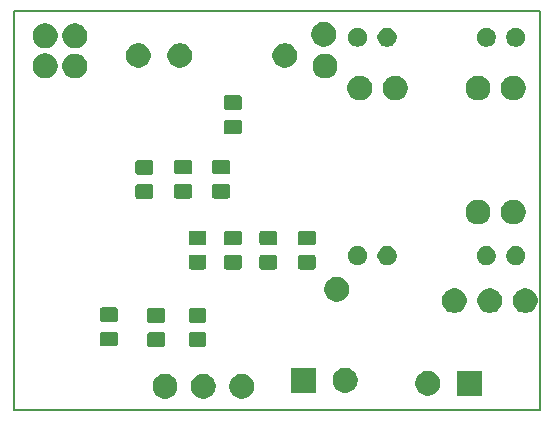
<source format=gbr>
%TF.GenerationSoftware,KiCad,Pcbnew,5.1.2-f72e74a~84~ubuntu18.04.1*%
%TF.CreationDate,2019-05-18T14:46:29+02:00*%
%TF.ProjectId,rgbww-micro-board,72676277-772d-46d6-9963-726f2d626f61,rev?*%
%TF.SameCoordinates,PXb903480PY55d4a80*%
%TF.FileFunction,Soldermask,Bot*%
%TF.FilePolarity,Negative*%
%FSLAX46Y46*%
G04 Gerber Fmt 4.6, Leading zero omitted, Abs format (unit mm)*
G04 Created by KiCad (PCBNEW 5.1.2-f72e74a~84~ubuntu18.04.1) date 2019-05-18 14:46:29*
%MOMM*%
%LPD*%
G04 APERTURE LIST*
%ADD10C,0.200000*%
%ADD11C,0.100000*%
G04 APERTURE END LIST*
D10*
X44500000Y33750000D02*
X0Y33750000D01*
X44500000Y0D02*
X44500000Y33750000D01*
X0Y0D02*
X44500000Y0D01*
X0Y33750000D02*
X0Y0D01*
D11*
G36*
X13056416Y3010121D02*
G01*
X13247592Y2930933D01*
X13247594Y2930932D01*
X13263995Y2919973D01*
X13419648Y2815969D01*
X13565969Y2669648D01*
X13680933Y2497592D01*
X13760121Y2306416D01*
X13800490Y2103466D01*
X13800490Y1896534D01*
X13760121Y1693584D01*
X13713084Y1580027D01*
X13680932Y1502406D01*
X13565969Y1330352D01*
X13419648Y1184031D01*
X13247594Y1069068D01*
X13247593Y1069067D01*
X13247592Y1069067D01*
X13056416Y989879D01*
X12853466Y949510D01*
X12646534Y949510D01*
X12443584Y989879D01*
X12252408Y1069067D01*
X12252407Y1069067D01*
X12252406Y1069068D01*
X12080352Y1184031D01*
X11934031Y1330352D01*
X11819068Y1502406D01*
X11786916Y1580027D01*
X11739879Y1693584D01*
X11699510Y1896534D01*
X11699510Y2103466D01*
X11739879Y2306416D01*
X11819067Y2497592D01*
X11934031Y2669648D01*
X12080352Y2815969D01*
X12236005Y2919973D01*
X12252406Y2930932D01*
X12252408Y2930933D01*
X12443584Y3010121D01*
X12646534Y3050490D01*
X12853466Y3050490D01*
X13056416Y3010121D01*
X13056416Y3010121D01*
G37*
G36*
X19556416Y3010121D02*
G01*
X19747592Y2930933D01*
X19747594Y2930932D01*
X19763995Y2919973D01*
X19919648Y2815969D01*
X20065969Y2669648D01*
X20180933Y2497592D01*
X20260121Y2306416D01*
X20300490Y2103466D01*
X20300490Y1896534D01*
X20260121Y1693584D01*
X20213084Y1580027D01*
X20180932Y1502406D01*
X20065969Y1330352D01*
X19919648Y1184031D01*
X19747594Y1069068D01*
X19747593Y1069067D01*
X19747592Y1069067D01*
X19556416Y989879D01*
X19353466Y949510D01*
X19146534Y949510D01*
X18943584Y989879D01*
X18752408Y1069067D01*
X18752407Y1069067D01*
X18752406Y1069068D01*
X18580352Y1184031D01*
X18434031Y1330352D01*
X18319068Y1502406D01*
X18286916Y1580027D01*
X18239879Y1693584D01*
X18199510Y1896534D01*
X18199510Y2103466D01*
X18239879Y2306416D01*
X18319067Y2497592D01*
X18434031Y2669648D01*
X18580352Y2815969D01*
X18736005Y2919973D01*
X18752406Y2930932D01*
X18752408Y2930933D01*
X18943584Y3010121D01*
X19146534Y3050490D01*
X19353466Y3050490D01*
X19556416Y3010121D01*
X19556416Y3010121D01*
G37*
G36*
X16306416Y3010121D02*
G01*
X16497592Y2930933D01*
X16497594Y2930932D01*
X16513995Y2919973D01*
X16669648Y2815969D01*
X16815969Y2669648D01*
X16930933Y2497592D01*
X17010121Y2306416D01*
X17050490Y2103466D01*
X17050490Y1896534D01*
X17010121Y1693584D01*
X16963084Y1580027D01*
X16930932Y1502406D01*
X16815969Y1330352D01*
X16669648Y1184031D01*
X16497594Y1069068D01*
X16497593Y1069067D01*
X16497592Y1069067D01*
X16306416Y989879D01*
X16103466Y949510D01*
X15896534Y949510D01*
X15693584Y989879D01*
X15502408Y1069067D01*
X15502407Y1069067D01*
X15502406Y1069068D01*
X15330352Y1184031D01*
X15184031Y1330352D01*
X15069068Y1502406D01*
X15036916Y1580027D01*
X14989879Y1693584D01*
X14949510Y1896534D01*
X14949510Y2103466D01*
X14989879Y2306416D01*
X15069067Y2497592D01*
X15184031Y2669648D01*
X15330352Y2815969D01*
X15486005Y2919973D01*
X15502406Y2930932D01*
X15502408Y2930933D01*
X15693584Y3010121D01*
X15896534Y3050490D01*
X16103466Y3050490D01*
X16306416Y3010121D01*
X16306416Y3010121D01*
G37*
G36*
X39551000Y1199000D02*
G01*
X37449000Y1199000D01*
X37449000Y3301000D01*
X39551000Y3301000D01*
X39551000Y1199000D01*
X39551000Y1199000D01*
G37*
G36*
X35306564Y3260611D02*
G01*
X35497833Y3181385D01*
X35497835Y3181384D01*
X35669973Y3066365D01*
X35816365Y2919973D01*
X35892143Y2806564D01*
X35931385Y2747833D01*
X36010611Y2556564D01*
X36051000Y2353516D01*
X36051000Y2146484D01*
X36010611Y1943436D01*
X35931385Y1752167D01*
X35931384Y1752165D01*
X35816365Y1580027D01*
X35669973Y1433635D01*
X35497835Y1318616D01*
X35497834Y1318615D01*
X35497833Y1318615D01*
X35306564Y1239389D01*
X35103516Y1199000D01*
X34896484Y1199000D01*
X34693436Y1239389D01*
X34502167Y1318615D01*
X34502166Y1318615D01*
X34502165Y1318616D01*
X34330027Y1433635D01*
X34183635Y1580027D01*
X34068616Y1752165D01*
X34068615Y1752167D01*
X33989389Y1943436D01*
X33949000Y2146484D01*
X33949000Y2353516D01*
X33989389Y2556564D01*
X34068615Y2747833D01*
X34107858Y2806564D01*
X34183635Y2919973D01*
X34330027Y3066365D01*
X34502165Y3181384D01*
X34502167Y3181385D01*
X34693436Y3260611D01*
X34896484Y3301000D01*
X35103516Y3301000D01*
X35306564Y3260611D01*
X35306564Y3260611D01*
G37*
G36*
X28306564Y3510611D02*
G01*
X28497833Y3431385D01*
X28497835Y3431384D01*
X28669973Y3316365D01*
X28816365Y3169973D01*
X28923175Y3010121D01*
X28931385Y2997833D01*
X29010611Y2806564D01*
X29051000Y2603516D01*
X29051000Y2396484D01*
X29010611Y2193436D01*
X28973344Y2103466D01*
X28931384Y2002165D01*
X28816365Y1830027D01*
X28669973Y1683635D01*
X28497835Y1568616D01*
X28497834Y1568615D01*
X28497833Y1568615D01*
X28306564Y1489389D01*
X28103516Y1449000D01*
X27896484Y1449000D01*
X27693436Y1489389D01*
X27502167Y1568615D01*
X27502166Y1568615D01*
X27502165Y1568616D01*
X27330027Y1683635D01*
X27183635Y1830027D01*
X27068616Y2002165D01*
X27026656Y2103466D01*
X26989389Y2193436D01*
X26949000Y2396484D01*
X26949000Y2603516D01*
X26989389Y2806564D01*
X27068615Y2997833D01*
X27076826Y3010121D01*
X27183635Y3169973D01*
X27330027Y3316365D01*
X27502165Y3431384D01*
X27502167Y3431385D01*
X27693436Y3510611D01*
X27896484Y3551000D01*
X28103516Y3551000D01*
X28306564Y3510611D01*
X28306564Y3510611D01*
G37*
G36*
X25551000Y1449000D02*
G01*
X23449000Y1449000D01*
X23449000Y3551000D01*
X25551000Y3551000D01*
X25551000Y1449000D01*
X25551000Y1449000D01*
G37*
G36*
X16088674Y6571535D02*
G01*
X16126367Y6560101D01*
X16161103Y6541534D01*
X16191548Y6516548D01*
X16216534Y6486103D01*
X16235101Y6451367D01*
X16246535Y6413674D01*
X16251000Y6368339D01*
X16251000Y5531661D01*
X16246535Y5486326D01*
X16235101Y5448633D01*
X16216534Y5413897D01*
X16191548Y5383452D01*
X16161103Y5358466D01*
X16126367Y5339899D01*
X16088674Y5328465D01*
X16043339Y5324000D01*
X14956661Y5324000D01*
X14911326Y5328465D01*
X14873633Y5339899D01*
X14838897Y5358466D01*
X14808452Y5383452D01*
X14783466Y5413897D01*
X14764899Y5448633D01*
X14753465Y5486326D01*
X14749000Y5531661D01*
X14749000Y6368339D01*
X14753465Y6413674D01*
X14764899Y6451367D01*
X14783466Y6486103D01*
X14808452Y6516548D01*
X14838897Y6541534D01*
X14873633Y6560101D01*
X14911326Y6571535D01*
X14956661Y6576000D01*
X16043339Y6576000D01*
X16088674Y6571535D01*
X16088674Y6571535D01*
G37*
G36*
X12588674Y6571535D02*
G01*
X12626367Y6560101D01*
X12661103Y6541534D01*
X12691548Y6516548D01*
X12716534Y6486103D01*
X12735101Y6451367D01*
X12746535Y6413674D01*
X12751000Y6368339D01*
X12751000Y5531661D01*
X12746535Y5486326D01*
X12735101Y5448633D01*
X12716534Y5413897D01*
X12691548Y5383452D01*
X12661103Y5358466D01*
X12626367Y5339899D01*
X12588674Y5328465D01*
X12543339Y5324000D01*
X11456661Y5324000D01*
X11411326Y5328465D01*
X11373633Y5339899D01*
X11338897Y5358466D01*
X11308452Y5383452D01*
X11283466Y5413897D01*
X11264899Y5448633D01*
X11253465Y5486326D01*
X11249000Y5531661D01*
X11249000Y6368339D01*
X11253465Y6413674D01*
X11264899Y6451367D01*
X11283466Y6486103D01*
X11308452Y6516548D01*
X11338897Y6541534D01*
X11373633Y6560101D01*
X11411326Y6571535D01*
X11456661Y6576000D01*
X12543339Y6576000D01*
X12588674Y6571535D01*
X12588674Y6571535D01*
G37*
G36*
X8588674Y6621535D02*
G01*
X8626367Y6610101D01*
X8661103Y6591534D01*
X8691548Y6566548D01*
X8716534Y6536103D01*
X8735101Y6501367D01*
X8746535Y6463674D01*
X8751000Y6418339D01*
X8751000Y5581661D01*
X8746535Y5536326D01*
X8735101Y5498633D01*
X8716534Y5463897D01*
X8691548Y5433452D01*
X8661103Y5408466D01*
X8626367Y5389899D01*
X8588674Y5378465D01*
X8543339Y5374000D01*
X7456661Y5374000D01*
X7411326Y5378465D01*
X7373633Y5389899D01*
X7338897Y5408466D01*
X7308452Y5433452D01*
X7283466Y5463897D01*
X7264899Y5498633D01*
X7253465Y5536326D01*
X7249000Y5581661D01*
X7249000Y6418339D01*
X7253465Y6463674D01*
X7264899Y6501367D01*
X7283466Y6536103D01*
X7308452Y6566548D01*
X7338897Y6591534D01*
X7373633Y6610101D01*
X7411326Y6621535D01*
X7456661Y6626000D01*
X8543339Y6626000D01*
X8588674Y6621535D01*
X8588674Y6621535D01*
G37*
G36*
X16088674Y8621535D02*
G01*
X16126367Y8610101D01*
X16161103Y8591534D01*
X16191548Y8566548D01*
X16216534Y8536103D01*
X16235101Y8501367D01*
X16246535Y8463674D01*
X16251000Y8418339D01*
X16251000Y7581661D01*
X16246535Y7536326D01*
X16235101Y7498633D01*
X16216534Y7463897D01*
X16191548Y7433452D01*
X16161103Y7408466D01*
X16126367Y7389899D01*
X16088674Y7378465D01*
X16043339Y7374000D01*
X14956661Y7374000D01*
X14911326Y7378465D01*
X14873633Y7389899D01*
X14838897Y7408466D01*
X14808452Y7433452D01*
X14783466Y7463897D01*
X14764899Y7498633D01*
X14753465Y7536326D01*
X14749000Y7581661D01*
X14749000Y8418339D01*
X14753465Y8463674D01*
X14764899Y8501367D01*
X14783466Y8536103D01*
X14808452Y8566548D01*
X14838897Y8591534D01*
X14873633Y8610101D01*
X14911326Y8621535D01*
X14956661Y8626000D01*
X16043339Y8626000D01*
X16088674Y8621535D01*
X16088674Y8621535D01*
G37*
G36*
X12588674Y8621535D02*
G01*
X12626367Y8610101D01*
X12661103Y8591534D01*
X12691548Y8566548D01*
X12716534Y8536103D01*
X12735101Y8501367D01*
X12746535Y8463674D01*
X12751000Y8418339D01*
X12751000Y7581661D01*
X12746535Y7536326D01*
X12735101Y7498633D01*
X12716534Y7463897D01*
X12691548Y7433452D01*
X12661103Y7408466D01*
X12626367Y7389899D01*
X12588674Y7378465D01*
X12543339Y7374000D01*
X11456661Y7374000D01*
X11411326Y7378465D01*
X11373633Y7389899D01*
X11338897Y7408466D01*
X11308452Y7433452D01*
X11283466Y7463897D01*
X11264899Y7498633D01*
X11253465Y7536326D01*
X11249000Y7581661D01*
X11249000Y8418339D01*
X11253465Y8463674D01*
X11264899Y8501367D01*
X11283466Y8536103D01*
X11308452Y8566548D01*
X11338897Y8591534D01*
X11373633Y8610101D01*
X11411326Y8621535D01*
X11456661Y8626000D01*
X12543339Y8626000D01*
X12588674Y8621535D01*
X12588674Y8621535D01*
G37*
G36*
X8588674Y8671535D02*
G01*
X8626367Y8660101D01*
X8661103Y8641534D01*
X8691548Y8616548D01*
X8716534Y8586103D01*
X8735101Y8551367D01*
X8746535Y8513674D01*
X8751000Y8468339D01*
X8751000Y7631661D01*
X8746535Y7586326D01*
X8735101Y7548633D01*
X8716534Y7513897D01*
X8691548Y7483452D01*
X8661103Y7458466D01*
X8626367Y7439899D01*
X8588674Y7428465D01*
X8543339Y7424000D01*
X7456661Y7424000D01*
X7411326Y7428465D01*
X7373633Y7439899D01*
X7338897Y7458466D01*
X7308452Y7483452D01*
X7283466Y7513897D01*
X7264899Y7548633D01*
X7253465Y7586326D01*
X7249000Y7631661D01*
X7249000Y8468339D01*
X7253465Y8513674D01*
X7264899Y8551367D01*
X7283466Y8586103D01*
X7308452Y8616548D01*
X7338897Y8641534D01*
X7373633Y8660101D01*
X7411326Y8671535D01*
X7456661Y8676000D01*
X8543339Y8676000D01*
X8588674Y8671535D01*
X8588674Y8671535D01*
G37*
G36*
X43556416Y10260121D02*
G01*
X43747592Y10180933D01*
X43747594Y10180932D01*
X43873901Y10096536D01*
X43919648Y10065969D01*
X44065969Y9919648D01*
X44180933Y9747592D01*
X44260121Y9556416D01*
X44300490Y9353466D01*
X44300490Y9146534D01*
X44260121Y8943584D01*
X44180933Y8752408D01*
X44180932Y8752406D01*
X44065969Y8580352D01*
X43919648Y8434031D01*
X43747594Y8319068D01*
X43747593Y8319067D01*
X43747592Y8319067D01*
X43556416Y8239879D01*
X43353466Y8199510D01*
X43146534Y8199510D01*
X42943584Y8239879D01*
X42752408Y8319067D01*
X42752407Y8319067D01*
X42752406Y8319068D01*
X42580352Y8434031D01*
X42434031Y8580352D01*
X42319068Y8752406D01*
X42319067Y8752408D01*
X42239879Y8943584D01*
X42199510Y9146534D01*
X42199510Y9353466D01*
X42239879Y9556416D01*
X42319067Y9747592D01*
X42434031Y9919648D01*
X42580352Y10065969D01*
X42626099Y10096536D01*
X42752406Y10180932D01*
X42752408Y10180933D01*
X42943584Y10260121D01*
X43146534Y10300490D01*
X43353466Y10300490D01*
X43556416Y10260121D01*
X43556416Y10260121D01*
G37*
G36*
X40556416Y10260121D02*
G01*
X40747592Y10180933D01*
X40747594Y10180932D01*
X40873901Y10096536D01*
X40919648Y10065969D01*
X41065969Y9919648D01*
X41180933Y9747592D01*
X41260121Y9556416D01*
X41300490Y9353466D01*
X41300490Y9146534D01*
X41260121Y8943584D01*
X41180933Y8752408D01*
X41180932Y8752406D01*
X41065969Y8580352D01*
X40919648Y8434031D01*
X40747594Y8319068D01*
X40747593Y8319067D01*
X40747592Y8319067D01*
X40556416Y8239879D01*
X40353466Y8199510D01*
X40146534Y8199510D01*
X39943584Y8239879D01*
X39752408Y8319067D01*
X39752407Y8319067D01*
X39752406Y8319068D01*
X39580352Y8434031D01*
X39434031Y8580352D01*
X39319068Y8752406D01*
X39319067Y8752408D01*
X39239879Y8943584D01*
X39199510Y9146534D01*
X39199510Y9353466D01*
X39239879Y9556416D01*
X39319067Y9747592D01*
X39434031Y9919648D01*
X39580352Y10065969D01*
X39626099Y10096536D01*
X39752406Y10180932D01*
X39752408Y10180933D01*
X39943584Y10260121D01*
X40146534Y10300490D01*
X40353466Y10300490D01*
X40556416Y10260121D01*
X40556416Y10260121D01*
G37*
G36*
X37556416Y10260121D02*
G01*
X37747592Y10180933D01*
X37747594Y10180932D01*
X37873901Y10096536D01*
X37919648Y10065969D01*
X38065969Y9919648D01*
X38180933Y9747592D01*
X38260121Y9556416D01*
X38300490Y9353466D01*
X38300490Y9146534D01*
X38260121Y8943584D01*
X38180933Y8752408D01*
X38180932Y8752406D01*
X38065969Y8580352D01*
X37919648Y8434031D01*
X37747594Y8319068D01*
X37747593Y8319067D01*
X37747592Y8319067D01*
X37556416Y8239879D01*
X37353466Y8199510D01*
X37146534Y8199510D01*
X36943584Y8239879D01*
X36752408Y8319067D01*
X36752407Y8319067D01*
X36752406Y8319068D01*
X36580352Y8434031D01*
X36434031Y8580352D01*
X36319068Y8752406D01*
X36319067Y8752408D01*
X36239879Y8943584D01*
X36199510Y9146534D01*
X36199510Y9353466D01*
X36239879Y9556416D01*
X36319067Y9747592D01*
X36434031Y9919648D01*
X36580352Y10065969D01*
X36626099Y10096536D01*
X36752406Y10180932D01*
X36752408Y10180933D01*
X36943584Y10260121D01*
X37146534Y10300490D01*
X37353466Y10300490D01*
X37556416Y10260121D01*
X37556416Y10260121D01*
G37*
G36*
X27606416Y11210121D02*
G01*
X27797592Y11130933D01*
X27797594Y11130932D01*
X27969648Y11015969D01*
X28115969Y10869648D01*
X28230933Y10697592D01*
X28310121Y10506416D01*
X28350490Y10303466D01*
X28350490Y10096534D01*
X28310121Y9893584D01*
X28249649Y9747592D01*
X28230932Y9702406D01*
X28115969Y9530352D01*
X27969648Y9384031D01*
X27797594Y9269068D01*
X27797593Y9269067D01*
X27797592Y9269067D01*
X27606416Y9189879D01*
X27403466Y9149510D01*
X27196534Y9149510D01*
X26993584Y9189879D01*
X26802408Y9269067D01*
X26802407Y9269067D01*
X26802406Y9269068D01*
X26630352Y9384031D01*
X26484031Y9530352D01*
X26369068Y9702406D01*
X26350351Y9747592D01*
X26289879Y9893584D01*
X26249510Y10096534D01*
X26249510Y10303466D01*
X26289879Y10506416D01*
X26369067Y10697592D01*
X26484031Y10869648D01*
X26630352Y11015969D01*
X26802406Y11130932D01*
X26802408Y11130933D01*
X26993584Y11210121D01*
X27196534Y11250490D01*
X27403466Y11250490D01*
X27606416Y11210121D01*
X27606416Y11210121D01*
G37*
G36*
X25338674Y13121535D02*
G01*
X25376367Y13110101D01*
X25411103Y13091534D01*
X25441548Y13066548D01*
X25466534Y13036103D01*
X25485101Y13001367D01*
X25496535Y12963674D01*
X25501000Y12918339D01*
X25501000Y12081661D01*
X25496535Y12036326D01*
X25485101Y11998633D01*
X25466534Y11963897D01*
X25441548Y11933452D01*
X25411103Y11908466D01*
X25376367Y11889899D01*
X25338674Y11878465D01*
X25293339Y11874000D01*
X24206661Y11874000D01*
X24161326Y11878465D01*
X24123633Y11889899D01*
X24088897Y11908466D01*
X24058452Y11933452D01*
X24033466Y11963897D01*
X24014899Y11998633D01*
X24003465Y12036326D01*
X23999000Y12081661D01*
X23999000Y12918339D01*
X24003465Y12963674D01*
X24014899Y13001367D01*
X24033466Y13036103D01*
X24058452Y13066548D01*
X24088897Y13091534D01*
X24123633Y13110101D01*
X24161326Y13121535D01*
X24206661Y13126000D01*
X25293339Y13126000D01*
X25338674Y13121535D01*
X25338674Y13121535D01*
G37*
G36*
X16088674Y13121535D02*
G01*
X16126367Y13110101D01*
X16161103Y13091534D01*
X16191548Y13066548D01*
X16216534Y13036103D01*
X16235101Y13001367D01*
X16246535Y12963674D01*
X16251000Y12918339D01*
X16251000Y12081661D01*
X16246535Y12036326D01*
X16235101Y11998633D01*
X16216534Y11963897D01*
X16191548Y11933452D01*
X16161103Y11908466D01*
X16126367Y11889899D01*
X16088674Y11878465D01*
X16043339Y11874000D01*
X14956661Y11874000D01*
X14911326Y11878465D01*
X14873633Y11889899D01*
X14838897Y11908466D01*
X14808452Y11933452D01*
X14783466Y11963897D01*
X14764899Y11998633D01*
X14753465Y12036326D01*
X14749000Y12081661D01*
X14749000Y12918339D01*
X14753465Y12963674D01*
X14764899Y13001367D01*
X14783466Y13036103D01*
X14808452Y13066548D01*
X14838897Y13091534D01*
X14873633Y13110101D01*
X14911326Y13121535D01*
X14956661Y13126000D01*
X16043339Y13126000D01*
X16088674Y13121535D01*
X16088674Y13121535D01*
G37*
G36*
X22088674Y13121535D02*
G01*
X22126367Y13110101D01*
X22161103Y13091534D01*
X22191548Y13066548D01*
X22216534Y13036103D01*
X22235101Y13001367D01*
X22246535Y12963674D01*
X22251000Y12918339D01*
X22251000Y12081661D01*
X22246535Y12036326D01*
X22235101Y11998633D01*
X22216534Y11963897D01*
X22191548Y11933452D01*
X22161103Y11908466D01*
X22126367Y11889899D01*
X22088674Y11878465D01*
X22043339Y11874000D01*
X20956661Y11874000D01*
X20911326Y11878465D01*
X20873633Y11889899D01*
X20838897Y11908466D01*
X20808452Y11933452D01*
X20783466Y11963897D01*
X20764899Y11998633D01*
X20753465Y12036326D01*
X20749000Y12081661D01*
X20749000Y12918339D01*
X20753465Y12963674D01*
X20764899Y13001367D01*
X20783466Y13036103D01*
X20808452Y13066548D01*
X20838897Y13091534D01*
X20873633Y13110101D01*
X20911326Y13121535D01*
X20956661Y13126000D01*
X22043339Y13126000D01*
X22088674Y13121535D01*
X22088674Y13121535D01*
G37*
G36*
X19088674Y13121535D02*
G01*
X19126367Y13110101D01*
X19161103Y13091534D01*
X19191548Y13066548D01*
X19216534Y13036103D01*
X19235101Y13001367D01*
X19246535Y12963674D01*
X19251000Y12918339D01*
X19251000Y12081661D01*
X19246535Y12036326D01*
X19235101Y11998633D01*
X19216534Y11963897D01*
X19191548Y11933452D01*
X19161103Y11908466D01*
X19126367Y11889899D01*
X19088674Y11878465D01*
X19043339Y11874000D01*
X17956661Y11874000D01*
X17911326Y11878465D01*
X17873633Y11889899D01*
X17838897Y11908466D01*
X17808452Y11933452D01*
X17783466Y11963897D01*
X17764899Y11998633D01*
X17753465Y12036326D01*
X17749000Y12081661D01*
X17749000Y12918339D01*
X17753465Y12963674D01*
X17764899Y13001367D01*
X17783466Y13036103D01*
X17808452Y13066548D01*
X17838897Y13091534D01*
X17873633Y13110101D01*
X17911326Y13121535D01*
X17956661Y13126000D01*
X19043339Y13126000D01*
X19088674Y13121535D01*
X19088674Y13121535D01*
G37*
G36*
X42687142Y13831758D02*
G01*
X42835101Y13770471D01*
X42968255Y13681501D01*
X43081501Y13568255D01*
X43170471Y13435101D01*
X43231758Y13287142D01*
X43263000Y13130075D01*
X43263000Y12969925D01*
X43231758Y12812858D01*
X43170471Y12664899D01*
X43081501Y12531745D01*
X42968255Y12418499D01*
X42835101Y12329529D01*
X42687142Y12268242D01*
X42530075Y12237000D01*
X42369925Y12237000D01*
X42212858Y12268242D01*
X42064899Y12329529D01*
X41931745Y12418499D01*
X41818499Y12531745D01*
X41729529Y12664899D01*
X41668242Y12812858D01*
X41637000Y12969925D01*
X41637000Y13130075D01*
X41668242Y13287142D01*
X41729529Y13435101D01*
X41818499Y13568255D01*
X41931745Y13681501D01*
X42064899Y13770471D01*
X42212858Y13831758D01*
X42369925Y13863000D01*
X42530075Y13863000D01*
X42687142Y13831758D01*
X42687142Y13831758D01*
G37*
G36*
X29287142Y13831758D02*
G01*
X29435101Y13770471D01*
X29568255Y13681501D01*
X29681501Y13568255D01*
X29770471Y13435101D01*
X29831758Y13287142D01*
X29863000Y13130075D01*
X29863000Y12969925D01*
X29831758Y12812858D01*
X29770471Y12664899D01*
X29681501Y12531745D01*
X29568255Y12418499D01*
X29435101Y12329529D01*
X29287142Y12268242D01*
X29130075Y12237000D01*
X28969925Y12237000D01*
X28812858Y12268242D01*
X28664899Y12329529D01*
X28531745Y12418499D01*
X28418499Y12531745D01*
X28329529Y12664899D01*
X28268242Y12812858D01*
X28237000Y12969925D01*
X28237000Y13130075D01*
X28268242Y13287142D01*
X28329529Y13435101D01*
X28418499Y13568255D01*
X28531745Y13681501D01*
X28664899Y13770471D01*
X28812858Y13831758D01*
X28969925Y13863000D01*
X29130075Y13863000D01*
X29287142Y13831758D01*
X29287142Y13831758D01*
G37*
G36*
X31787142Y13831758D02*
G01*
X31935101Y13770471D01*
X32068255Y13681501D01*
X32181501Y13568255D01*
X32270471Y13435101D01*
X32331758Y13287142D01*
X32363000Y13130075D01*
X32363000Y12969925D01*
X32331758Y12812858D01*
X32270471Y12664899D01*
X32181501Y12531745D01*
X32068255Y12418499D01*
X31935101Y12329529D01*
X31787142Y12268242D01*
X31630075Y12237000D01*
X31469925Y12237000D01*
X31312858Y12268242D01*
X31164899Y12329529D01*
X31031745Y12418499D01*
X30918499Y12531745D01*
X30829529Y12664899D01*
X30768242Y12812858D01*
X30737000Y12969925D01*
X30737000Y13130075D01*
X30768242Y13287142D01*
X30829529Y13435101D01*
X30918499Y13568255D01*
X31031745Y13681501D01*
X31164899Y13770471D01*
X31312858Y13831758D01*
X31469925Y13863000D01*
X31630075Y13863000D01*
X31787142Y13831758D01*
X31787142Y13831758D01*
G37*
G36*
X40187142Y13831758D02*
G01*
X40335101Y13770471D01*
X40468255Y13681501D01*
X40581501Y13568255D01*
X40670471Y13435101D01*
X40731758Y13287142D01*
X40763000Y13130075D01*
X40763000Y12969925D01*
X40731758Y12812858D01*
X40670471Y12664899D01*
X40581501Y12531745D01*
X40468255Y12418499D01*
X40335101Y12329529D01*
X40187142Y12268242D01*
X40030075Y12237000D01*
X39869925Y12237000D01*
X39712858Y12268242D01*
X39564899Y12329529D01*
X39431745Y12418499D01*
X39318499Y12531745D01*
X39229529Y12664899D01*
X39168242Y12812858D01*
X39137000Y12969925D01*
X39137000Y13130075D01*
X39168242Y13287142D01*
X39229529Y13435101D01*
X39318499Y13568255D01*
X39431745Y13681501D01*
X39564899Y13770471D01*
X39712858Y13831758D01*
X39869925Y13863000D01*
X40030075Y13863000D01*
X40187142Y13831758D01*
X40187142Y13831758D01*
G37*
G36*
X19088674Y15171535D02*
G01*
X19126367Y15160101D01*
X19161103Y15141534D01*
X19191548Y15116548D01*
X19216534Y15086103D01*
X19235101Y15051367D01*
X19246535Y15013674D01*
X19251000Y14968339D01*
X19251000Y14131661D01*
X19246535Y14086326D01*
X19235101Y14048633D01*
X19216534Y14013897D01*
X19191548Y13983452D01*
X19161103Y13958466D01*
X19126367Y13939899D01*
X19088674Y13928465D01*
X19043339Y13924000D01*
X17956661Y13924000D01*
X17911326Y13928465D01*
X17873633Y13939899D01*
X17838897Y13958466D01*
X17808452Y13983452D01*
X17783466Y14013897D01*
X17764899Y14048633D01*
X17753465Y14086326D01*
X17749000Y14131661D01*
X17749000Y14968339D01*
X17753465Y15013674D01*
X17764899Y15051367D01*
X17783466Y15086103D01*
X17808452Y15116548D01*
X17838897Y15141534D01*
X17873633Y15160101D01*
X17911326Y15171535D01*
X17956661Y15176000D01*
X19043339Y15176000D01*
X19088674Y15171535D01*
X19088674Y15171535D01*
G37*
G36*
X25338674Y15171535D02*
G01*
X25376367Y15160101D01*
X25411103Y15141534D01*
X25441548Y15116548D01*
X25466534Y15086103D01*
X25485101Y15051367D01*
X25496535Y15013674D01*
X25501000Y14968339D01*
X25501000Y14131661D01*
X25496535Y14086326D01*
X25485101Y14048633D01*
X25466534Y14013897D01*
X25441548Y13983452D01*
X25411103Y13958466D01*
X25376367Y13939899D01*
X25338674Y13928465D01*
X25293339Y13924000D01*
X24206661Y13924000D01*
X24161326Y13928465D01*
X24123633Y13939899D01*
X24088897Y13958466D01*
X24058452Y13983452D01*
X24033466Y14013897D01*
X24014899Y14048633D01*
X24003465Y14086326D01*
X23999000Y14131661D01*
X23999000Y14968339D01*
X24003465Y15013674D01*
X24014899Y15051367D01*
X24033466Y15086103D01*
X24058452Y15116548D01*
X24088897Y15141534D01*
X24123633Y15160101D01*
X24161326Y15171535D01*
X24206661Y15176000D01*
X25293339Y15176000D01*
X25338674Y15171535D01*
X25338674Y15171535D01*
G37*
G36*
X22088674Y15171535D02*
G01*
X22126367Y15160101D01*
X22161103Y15141534D01*
X22191548Y15116548D01*
X22216534Y15086103D01*
X22235101Y15051367D01*
X22246535Y15013674D01*
X22251000Y14968339D01*
X22251000Y14131661D01*
X22246535Y14086326D01*
X22235101Y14048633D01*
X22216534Y14013897D01*
X22191548Y13983452D01*
X22161103Y13958466D01*
X22126367Y13939899D01*
X22088674Y13928465D01*
X22043339Y13924000D01*
X20956661Y13924000D01*
X20911326Y13928465D01*
X20873633Y13939899D01*
X20838897Y13958466D01*
X20808452Y13983452D01*
X20783466Y14013897D01*
X20764899Y14048633D01*
X20753465Y14086326D01*
X20749000Y14131661D01*
X20749000Y14968339D01*
X20753465Y15013674D01*
X20764899Y15051367D01*
X20783466Y15086103D01*
X20808452Y15116548D01*
X20838897Y15141534D01*
X20873633Y15160101D01*
X20911326Y15171535D01*
X20956661Y15176000D01*
X22043339Y15176000D01*
X22088674Y15171535D01*
X22088674Y15171535D01*
G37*
G36*
X16088674Y15171535D02*
G01*
X16126367Y15160101D01*
X16161103Y15141534D01*
X16191548Y15116548D01*
X16216534Y15086103D01*
X16235101Y15051367D01*
X16246535Y15013674D01*
X16251000Y14968339D01*
X16251000Y14131661D01*
X16246535Y14086326D01*
X16235101Y14048633D01*
X16216534Y14013897D01*
X16191548Y13983452D01*
X16161103Y13958466D01*
X16126367Y13939899D01*
X16088674Y13928465D01*
X16043339Y13924000D01*
X14956661Y13924000D01*
X14911326Y13928465D01*
X14873633Y13939899D01*
X14838897Y13958466D01*
X14808452Y13983452D01*
X14783466Y14013897D01*
X14764899Y14048633D01*
X14753465Y14086326D01*
X14749000Y14131661D01*
X14749000Y14968339D01*
X14753465Y15013674D01*
X14764899Y15051367D01*
X14783466Y15086103D01*
X14808452Y15116548D01*
X14838897Y15141534D01*
X14873633Y15160101D01*
X14911326Y15171535D01*
X14956661Y15176000D01*
X16043339Y15176000D01*
X16088674Y15171535D01*
X16088674Y15171535D01*
G37*
G36*
X42556416Y17760121D02*
G01*
X42747592Y17680933D01*
X42747594Y17680932D01*
X42919648Y17565969D01*
X43065969Y17419648D01*
X43180933Y17247592D01*
X43260121Y17056416D01*
X43300490Y16853466D01*
X43300490Y16646534D01*
X43260121Y16443584D01*
X43180933Y16252408D01*
X43180932Y16252406D01*
X43065969Y16080352D01*
X42919648Y15934031D01*
X42747594Y15819068D01*
X42747593Y15819067D01*
X42747592Y15819067D01*
X42556416Y15739879D01*
X42353466Y15699510D01*
X42146534Y15699510D01*
X41943584Y15739879D01*
X41752408Y15819067D01*
X41752407Y15819067D01*
X41752406Y15819068D01*
X41580352Y15934031D01*
X41434031Y16080352D01*
X41319068Y16252406D01*
X41319067Y16252408D01*
X41239879Y16443584D01*
X41199510Y16646534D01*
X41199510Y16853466D01*
X41239879Y17056416D01*
X41319067Y17247592D01*
X41434031Y17419648D01*
X41580352Y17565969D01*
X41752406Y17680932D01*
X41752408Y17680933D01*
X41943584Y17760121D01*
X42146534Y17800490D01*
X42353466Y17800490D01*
X42556416Y17760121D01*
X42556416Y17760121D01*
G37*
G36*
X39556416Y17760121D02*
G01*
X39747592Y17680933D01*
X39747594Y17680932D01*
X39919648Y17565969D01*
X40065969Y17419648D01*
X40180933Y17247592D01*
X40260121Y17056416D01*
X40300490Y16853466D01*
X40300490Y16646534D01*
X40260121Y16443584D01*
X40180933Y16252408D01*
X40180932Y16252406D01*
X40065969Y16080352D01*
X39919648Y15934031D01*
X39747594Y15819068D01*
X39747593Y15819067D01*
X39747592Y15819067D01*
X39556416Y15739879D01*
X39353466Y15699510D01*
X39146534Y15699510D01*
X38943584Y15739879D01*
X38752408Y15819067D01*
X38752407Y15819067D01*
X38752406Y15819068D01*
X38580352Y15934031D01*
X38434031Y16080352D01*
X38319068Y16252406D01*
X38319067Y16252408D01*
X38239879Y16443584D01*
X38199510Y16646534D01*
X38199510Y16853466D01*
X38239879Y17056416D01*
X38319067Y17247592D01*
X38434031Y17419648D01*
X38580352Y17565969D01*
X38752406Y17680932D01*
X38752408Y17680933D01*
X38943584Y17760121D01*
X39146534Y17800490D01*
X39353466Y17800490D01*
X39556416Y17760121D01*
X39556416Y17760121D01*
G37*
G36*
X11588674Y19096535D02*
G01*
X11626367Y19085101D01*
X11661103Y19066534D01*
X11691548Y19041548D01*
X11716534Y19011103D01*
X11735101Y18976367D01*
X11746535Y18938674D01*
X11751000Y18893339D01*
X11751000Y18056661D01*
X11746535Y18011326D01*
X11735101Y17973633D01*
X11716534Y17938897D01*
X11691548Y17908452D01*
X11661103Y17883466D01*
X11626367Y17864899D01*
X11588674Y17853465D01*
X11543339Y17849000D01*
X10456661Y17849000D01*
X10411326Y17853465D01*
X10373633Y17864899D01*
X10338897Y17883466D01*
X10308452Y17908452D01*
X10283466Y17938897D01*
X10264899Y17973633D01*
X10253465Y18011326D01*
X10249000Y18056661D01*
X10249000Y18893339D01*
X10253465Y18938674D01*
X10264899Y18976367D01*
X10283466Y19011103D01*
X10308452Y19041548D01*
X10338897Y19066534D01*
X10373633Y19085101D01*
X10411326Y19096535D01*
X10456661Y19101000D01*
X11543339Y19101000D01*
X11588674Y19096535D01*
X11588674Y19096535D01*
G37*
G36*
X14868674Y19121535D02*
G01*
X14906367Y19110101D01*
X14941103Y19091534D01*
X14971548Y19066548D01*
X14996534Y19036103D01*
X15015101Y19001367D01*
X15026535Y18963674D01*
X15031000Y18918339D01*
X15031000Y18081661D01*
X15026535Y18036326D01*
X15015101Y17998633D01*
X14996534Y17963897D01*
X14971548Y17933452D01*
X14941103Y17908466D01*
X14906367Y17889899D01*
X14868674Y17878465D01*
X14823339Y17874000D01*
X13736661Y17874000D01*
X13691326Y17878465D01*
X13653633Y17889899D01*
X13618897Y17908466D01*
X13588452Y17933452D01*
X13563466Y17963897D01*
X13544899Y17998633D01*
X13533465Y18036326D01*
X13529000Y18081661D01*
X13529000Y18918339D01*
X13533465Y18963674D01*
X13544899Y19001367D01*
X13563466Y19036103D01*
X13588452Y19066548D01*
X13618897Y19091534D01*
X13653633Y19110101D01*
X13691326Y19121535D01*
X13736661Y19126000D01*
X14823339Y19126000D01*
X14868674Y19121535D01*
X14868674Y19121535D01*
G37*
G36*
X18088674Y19121535D02*
G01*
X18126367Y19110101D01*
X18161103Y19091534D01*
X18191548Y19066548D01*
X18216534Y19036103D01*
X18235101Y19001367D01*
X18246535Y18963674D01*
X18251000Y18918339D01*
X18251000Y18081661D01*
X18246535Y18036326D01*
X18235101Y17998633D01*
X18216534Y17963897D01*
X18191548Y17933452D01*
X18161103Y17908466D01*
X18126367Y17889899D01*
X18088674Y17878465D01*
X18043339Y17874000D01*
X16956661Y17874000D01*
X16911326Y17878465D01*
X16873633Y17889899D01*
X16838897Y17908466D01*
X16808452Y17933452D01*
X16783466Y17963897D01*
X16764899Y17998633D01*
X16753465Y18036326D01*
X16749000Y18081661D01*
X16749000Y18918339D01*
X16753465Y18963674D01*
X16764899Y19001367D01*
X16783466Y19036103D01*
X16808452Y19066548D01*
X16838897Y19091534D01*
X16873633Y19110101D01*
X16911326Y19121535D01*
X16956661Y19126000D01*
X18043339Y19126000D01*
X18088674Y19121535D01*
X18088674Y19121535D01*
G37*
G36*
X11588674Y21146535D02*
G01*
X11626367Y21135101D01*
X11661103Y21116534D01*
X11691548Y21091548D01*
X11716534Y21061103D01*
X11735101Y21026367D01*
X11746535Y20988674D01*
X11751000Y20943339D01*
X11751000Y20106661D01*
X11746535Y20061326D01*
X11735101Y20023633D01*
X11716534Y19988897D01*
X11691548Y19958452D01*
X11661103Y19933466D01*
X11626367Y19914899D01*
X11588674Y19903465D01*
X11543339Y19899000D01*
X10456661Y19899000D01*
X10411326Y19903465D01*
X10373633Y19914899D01*
X10338897Y19933466D01*
X10308452Y19958452D01*
X10283466Y19988897D01*
X10264899Y20023633D01*
X10253465Y20061326D01*
X10249000Y20106661D01*
X10249000Y20943339D01*
X10253465Y20988674D01*
X10264899Y21026367D01*
X10283466Y21061103D01*
X10308452Y21091548D01*
X10338897Y21116534D01*
X10373633Y21135101D01*
X10411326Y21146535D01*
X10456661Y21151000D01*
X11543339Y21151000D01*
X11588674Y21146535D01*
X11588674Y21146535D01*
G37*
G36*
X14868674Y21171535D02*
G01*
X14906367Y21160101D01*
X14941103Y21141534D01*
X14971548Y21116548D01*
X14996534Y21086103D01*
X15015101Y21051367D01*
X15026535Y21013674D01*
X15031000Y20968339D01*
X15031000Y20131661D01*
X15026535Y20086326D01*
X15015101Y20048633D01*
X14996534Y20013897D01*
X14971548Y19983452D01*
X14941103Y19958466D01*
X14906367Y19939899D01*
X14868674Y19928465D01*
X14823339Y19924000D01*
X13736661Y19924000D01*
X13691326Y19928465D01*
X13653633Y19939899D01*
X13618897Y19958466D01*
X13588452Y19983452D01*
X13563466Y20013897D01*
X13544899Y20048633D01*
X13533465Y20086326D01*
X13529000Y20131661D01*
X13529000Y20968339D01*
X13533465Y21013674D01*
X13544899Y21051367D01*
X13563466Y21086103D01*
X13588452Y21116548D01*
X13618897Y21141534D01*
X13653633Y21160101D01*
X13691326Y21171535D01*
X13736661Y21176000D01*
X14823339Y21176000D01*
X14868674Y21171535D01*
X14868674Y21171535D01*
G37*
G36*
X18088674Y21171535D02*
G01*
X18126367Y21160101D01*
X18161103Y21141534D01*
X18191548Y21116548D01*
X18216534Y21086103D01*
X18235101Y21051367D01*
X18246535Y21013674D01*
X18251000Y20968339D01*
X18251000Y20131661D01*
X18246535Y20086326D01*
X18235101Y20048633D01*
X18216534Y20013897D01*
X18191548Y19983452D01*
X18161103Y19958466D01*
X18126367Y19939899D01*
X18088674Y19928465D01*
X18043339Y19924000D01*
X16956661Y19924000D01*
X16911326Y19928465D01*
X16873633Y19939899D01*
X16838897Y19958466D01*
X16808452Y19983452D01*
X16783466Y20013897D01*
X16764899Y20048633D01*
X16753465Y20086326D01*
X16749000Y20131661D01*
X16749000Y20968339D01*
X16753465Y21013674D01*
X16764899Y21051367D01*
X16783466Y21086103D01*
X16808452Y21116548D01*
X16838897Y21141534D01*
X16873633Y21160101D01*
X16911326Y21171535D01*
X16956661Y21176000D01*
X18043339Y21176000D01*
X18088674Y21171535D01*
X18088674Y21171535D01*
G37*
G36*
X19088674Y24571535D02*
G01*
X19126367Y24560101D01*
X19161103Y24541534D01*
X19191548Y24516548D01*
X19216534Y24486103D01*
X19235101Y24451367D01*
X19246535Y24413674D01*
X19251000Y24368339D01*
X19251000Y23531661D01*
X19246535Y23486326D01*
X19235101Y23448633D01*
X19216534Y23413897D01*
X19191548Y23383452D01*
X19161103Y23358466D01*
X19126367Y23339899D01*
X19088674Y23328465D01*
X19043339Y23324000D01*
X17956661Y23324000D01*
X17911326Y23328465D01*
X17873633Y23339899D01*
X17838897Y23358466D01*
X17808452Y23383452D01*
X17783466Y23413897D01*
X17764899Y23448633D01*
X17753465Y23486326D01*
X17749000Y23531661D01*
X17749000Y24368339D01*
X17753465Y24413674D01*
X17764899Y24451367D01*
X17783466Y24486103D01*
X17808452Y24516548D01*
X17838897Y24541534D01*
X17873633Y24560101D01*
X17911326Y24571535D01*
X17956661Y24576000D01*
X19043339Y24576000D01*
X19088674Y24571535D01*
X19088674Y24571535D01*
G37*
G36*
X19088674Y26621535D02*
G01*
X19126367Y26610101D01*
X19161103Y26591534D01*
X19191548Y26566548D01*
X19216534Y26536103D01*
X19235101Y26501367D01*
X19246535Y26463674D01*
X19251000Y26418339D01*
X19251000Y25581661D01*
X19246535Y25536326D01*
X19235101Y25498633D01*
X19216534Y25463897D01*
X19191548Y25433452D01*
X19161103Y25408466D01*
X19126367Y25389899D01*
X19088674Y25378465D01*
X19043339Y25374000D01*
X17956661Y25374000D01*
X17911326Y25378465D01*
X17873633Y25389899D01*
X17838897Y25408466D01*
X17808452Y25433452D01*
X17783466Y25463897D01*
X17764899Y25498633D01*
X17753465Y25536326D01*
X17749000Y25581661D01*
X17749000Y26418339D01*
X17753465Y26463674D01*
X17764899Y26501367D01*
X17783466Y26536103D01*
X17808452Y26566548D01*
X17838897Y26591534D01*
X17873633Y26610101D01*
X17911326Y26621535D01*
X17956661Y26626000D01*
X19043339Y26626000D01*
X19088674Y26621535D01*
X19088674Y26621535D01*
G37*
G36*
X42556416Y28260121D02*
G01*
X42747592Y28180933D01*
X42747594Y28180932D01*
X42853932Y28109879D01*
X42919648Y28065969D01*
X43065969Y27919648D01*
X43180933Y27747592D01*
X43260121Y27556416D01*
X43300490Y27353466D01*
X43300490Y27146534D01*
X43260121Y26943584D01*
X43180933Y26752408D01*
X43180932Y26752406D01*
X43065969Y26580352D01*
X42919648Y26434031D01*
X42747594Y26319068D01*
X42747593Y26319067D01*
X42747592Y26319067D01*
X42556416Y26239879D01*
X42353466Y26199510D01*
X42146534Y26199510D01*
X41943584Y26239879D01*
X41752408Y26319067D01*
X41752407Y26319067D01*
X41752406Y26319068D01*
X41580352Y26434031D01*
X41434031Y26580352D01*
X41319068Y26752406D01*
X41319067Y26752408D01*
X41239879Y26943584D01*
X41199510Y27146534D01*
X41199510Y27353466D01*
X41239879Y27556416D01*
X41319067Y27747592D01*
X41434031Y27919648D01*
X41580352Y28065969D01*
X41646068Y28109879D01*
X41752406Y28180932D01*
X41752408Y28180933D01*
X41943584Y28260121D01*
X42146534Y28300490D01*
X42353466Y28300490D01*
X42556416Y28260121D01*
X42556416Y28260121D01*
G37*
G36*
X29556416Y28260121D02*
G01*
X29747592Y28180933D01*
X29747594Y28180932D01*
X29853932Y28109879D01*
X29919648Y28065969D01*
X30065969Y27919648D01*
X30180933Y27747592D01*
X30260121Y27556416D01*
X30300490Y27353466D01*
X30300490Y27146534D01*
X30260121Y26943584D01*
X30180933Y26752408D01*
X30180932Y26752406D01*
X30065969Y26580352D01*
X29919648Y26434031D01*
X29747594Y26319068D01*
X29747593Y26319067D01*
X29747592Y26319067D01*
X29556416Y26239879D01*
X29353466Y26199510D01*
X29146534Y26199510D01*
X28943584Y26239879D01*
X28752408Y26319067D01*
X28752407Y26319067D01*
X28752406Y26319068D01*
X28580352Y26434031D01*
X28434031Y26580352D01*
X28319068Y26752406D01*
X28319067Y26752408D01*
X28239879Y26943584D01*
X28199510Y27146534D01*
X28199510Y27353466D01*
X28239879Y27556416D01*
X28319067Y27747592D01*
X28434031Y27919648D01*
X28580352Y28065969D01*
X28646068Y28109879D01*
X28752406Y28180932D01*
X28752408Y28180933D01*
X28943584Y28260121D01*
X29146534Y28300490D01*
X29353466Y28300490D01*
X29556416Y28260121D01*
X29556416Y28260121D01*
G37*
G36*
X32556416Y28260121D02*
G01*
X32747592Y28180933D01*
X32747594Y28180932D01*
X32853932Y28109879D01*
X32919648Y28065969D01*
X33065969Y27919648D01*
X33180933Y27747592D01*
X33260121Y27556416D01*
X33300490Y27353466D01*
X33300490Y27146534D01*
X33260121Y26943584D01*
X33180933Y26752408D01*
X33180932Y26752406D01*
X33065969Y26580352D01*
X32919648Y26434031D01*
X32747594Y26319068D01*
X32747593Y26319067D01*
X32747592Y26319067D01*
X32556416Y26239879D01*
X32353466Y26199510D01*
X32146534Y26199510D01*
X31943584Y26239879D01*
X31752408Y26319067D01*
X31752407Y26319067D01*
X31752406Y26319068D01*
X31580352Y26434031D01*
X31434031Y26580352D01*
X31319068Y26752406D01*
X31319067Y26752408D01*
X31239879Y26943584D01*
X31199510Y27146534D01*
X31199510Y27353466D01*
X31239879Y27556416D01*
X31319067Y27747592D01*
X31434031Y27919648D01*
X31580352Y28065969D01*
X31646068Y28109879D01*
X31752406Y28180932D01*
X31752408Y28180933D01*
X31943584Y28260121D01*
X32146534Y28300490D01*
X32353466Y28300490D01*
X32556416Y28260121D01*
X32556416Y28260121D01*
G37*
G36*
X39556416Y28260121D02*
G01*
X39747592Y28180933D01*
X39747594Y28180932D01*
X39853932Y28109879D01*
X39919648Y28065969D01*
X40065969Y27919648D01*
X40180933Y27747592D01*
X40260121Y27556416D01*
X40300490Y27353466D01*
X40300490Y27146534D01*
X40260121Y26943584D01*
X40180933Y26752408D01*
X40180932Y26752406D01*
X40065969Y26580352D01*
X39919648Y26434031D01*
X39747594Y26319068D01*
X39747593Y26319067D01*
X39747592Y26319067D01*
X39556416Y26239879D01*
X39353466Y26199510D01*
X39146534Y26199510D01*
X38943584Y26239879D01*
X38752408Y26319067D01*
X38752407Y26319067D01*
X38752406Y26319068D01*
X38580352Y26434031D01*
X38434031Y26580352D01*
X38319068Y26752406D01*
X38319067Y26752408D01*
X38239879Y26943584D01*
X38199510Y27146534D01*
X38199510Y27353466D01*
X38239879Y27556416D01*
X38319067Y27747592D01*
X38434031Y27919648D01*
X38580352Y28065969D01*
X38646068Y28109879D01*
X38752406Y28180932D01*
X38752408Y28180933D01*
X38943584Y28260121D01*
X39146534Y28300490D01*
X39353466Y28300490D01*
X39556416Y28260121D01*
X39556416Y28260121D01*
G37*
G36*
X26606416Y30110121D02*
G01*
X26773452Y30040932D01*
X26797594Y30030932D01*
X26969648Y29915969D01*
X27115969Y29769648D01*
X27224252Y29607592D01*
X27230933Y29597592D01*
X27310121Y29406416D01*
X27350490Y29203466D01*
X27350490Y28996534D01*
X27310121Y28793584D01*
X27239217Y28622408D01*
X27230932Y28602406D01*
X27115969Y28430352D01*
X26969648Y28284031D01*
X26797594Y28169068D01*
X26797593Y28169067D01*
X26797592Y28169067D01*
X26606416Y28089879D01*
X26403466Y28049510D01*
X26196534Y28049510D01*
X25993584Y28089879D01*
X25802408Y28169067D01*
X25802407Y28169067D01*
X25802406Y28169068D01*
X25630352Y28284031D01*
X25484031Y28430352D01*
X25369068Y28602406D01*
X25360783Y28622408D01*
X25289879Y28793584D01*
X25249510Y28996534D01*
X25249510Y29203466D01*
X25289879Y29406416D01*
X25369067Y29597592D01*
X25375749Y29607592D01*
X25484031Y29769648D01*
X25630352Y29915969D01*
X25802406Y30030932D01*
X25826548Y30040932D01*
X25993584Y30110121D01*
X26196534Y30150490D01*
X26403466Y30150490D01*
X26606416Y30110121D01*
X26606416Y30110121D01*
G37*
G36*
X5426416Y30120121D02*
G01*
X5593452Y30050932D01*
X5617594Y30040932D01*
X5789648Y29925969D01*
X5935969Y29779648D01*
X6044252Y29617592D01*
X6050933Y29607592D01*
X6130121Y29416416D01*
X6170490Y29213466D01*
X6170490Y29006534D01*
X6130121Y28803584D01*
X6125978Y28793583D01*
X6050932Y28612406D01*
X5935969Y28440352D01*
X5789648Y28294031D01*
X5617594Y28179068D01*
X5617593Y28179067D01*
X5617592Y28179067D01*
X5426416Y28099879D01*
X5223466Y28059510D01*
X5016534Y28059510D01*
X4813584Y28099879D01*
X4622408Y28179067D01*
X4622407Y28179067D01*
X4622406Y28179068D01*
X4450352Y28294031D01*
X4304031Y28440352D01*
X4189068Y28612406D01*
X4114022Y28793583D01*
X4109879Y28803584D01*
X4069510Y29006534D01*
X4069510Y29213466D01*
X4109879Y29416416D01*
X4189067Y29607592D01*
X4195749Y29617592D01*
X4304031Y29779648D01*
X4450352Y29925969D01*
X4622406Y30040932D01*
X4646548Y30050932D01*
X4813584Y30120121D01*
X5016534Y30160490D01*
X5223466Y30160490D01*
X5426416Y30120121D01*
X5426416Y30120121D01*
G37*
G36*
X2906416Y30130121D02*
G01*
X3097592Y30050933D01*
X3097594Y30050932D01*
X3127526Y30030932D01*
X3269648Y29935969D01*
X3415969Y29789648D01*
X3530933Y29617592D01*
X3610121Y29426416D01*
X3650490Y29223466D01*
X3650490Y29016534D01*
X3610121Y28813584D01*
X3601836Y28793583D01*
X3530932Y28622406D01*
X3415969Y28450352D01*
X3269648Y28304031D01*
X3097594Y28189068D01*
X3097593Y28189067D01*
X3097592Y28189067D01*
X2906416Y28109879D01*
X2703466Y28069510D01*
X2496534Y28069510D01*
X2293584Y28109879D01*
X2102408Y28189067D01*
X2102407Y28189067D01*
X2102406Y28189068D01*
X1930352Y28304031D01*
X1784031Y28450352D01*
X1669068Y28622406D01*
X1598164Y28793583D01*
X1589879Y28813584D01*
X1549510Y29016534D01*
X1549510Y29223466D01*
X1589879Y29426416D01*
X1669067Y29617592D01*
X1784031Y29789648D01*
X1930352Y29935969D01*
X2072474Y30030932D01*
X2102406Y30050932D01*
X2102408Y30050933D01*
X2293584Y30130121D01*
X2496534Y30170490D01*
X2703466Y30170490D01*
X2906416Y30130121D01*
X2906416Y30130121D01*
G37*
G36*
X23206416Y31010121D02*
G01*
X23397592Y30930933D01*
X23397594Y30930932D01*
X23416198Y30918501D01*
X23569648Y30815969D01*
X23715969Y30669648D01*
X23830933Y30497592D01*
X23910121Y30306416D01*
X23950490Y30103466D01*
X23950490Y29896534D01*
X23910121Y29693584D01*
X23830933Y29502408D01*
X23830932Y29502406D01*
X23715969Y29330352D01*
X23569648Y29184031D01*
X23397594Y29069068D01*
X23397593Y29069067D01*
X23397592Y29069067D01*
X23206416Y28989879D01*
X23003466Y28949510D01*
X22796534Y28949510D01*
X22593584Y28989879D01*
X22402408Y29069067D01*
X22402407Y29069067D01*
X22402406Y29069068D01*
X22230352Y29184031D01*
X22084031Y29330352D01*
X21969068Y29502406D01*
X21969067Y29502408D01*
X21889879Y29693584D01*
X21849510Y29896534D01*
X21849510Y30103466D01*
X21889879Y30306416D01*
X21969067Y30497592D01*
X22084031Y30669648D01*
X22230352Y30815969D01*
X22383802Y30918501D01*
X22402406Y30930932D01*
X22402408Y30930933D01*
X22593584Y31010121D01*
X22796534Y31050490D01*
X23003466Y31050490D01*
X23206416Y31010121D01*
X23206416Y31010121D01*
G37*
G36*
X10806416Y31010121D02*
G01*
X10997592Y30930933D01*
X10997594Y30930932D01*
X11016198Y30918501D01*
X11169648Y30815969D01*
X11315969Y30669648D01*
X11430933Y30497592D01*
X11510121Y30306416D01*
X11550490Y30103466D01*
X11550490Y29896534D01*
X11510121Y29693584D01*
X11430933Y29502408D01*
X11430932Y29502406D01*
X11315969Y29330352D01*
X11169648Y29184031D01*
X10997594Y29069068D01*
X10997593Y29069067D01*
X10997592Y29069067D01*
X10806416Y28989879D01*
X10603466Y28949510D01*
X10396534Y28949510D01*
X10193584Y28989879D01*
X10002408Y29069067D01*
X10002407Y29069067D01*
X10002406Y29069068D01*
X9830352Y29184031D01*
X9684031Y29330352D01*
X9569068Y29502406D01*
X9569067Y29502408D01*
X9489879Y29693584D01*
X9449510Y29896534D01*
X9449510Y30103466D01*
X9489879Y30306416D01*
X9569067Y30497592D01*
X9684031Y30669648D01*
X9830352Y30815969D01*
X9983802Y30918501D01*
X10002406Y30930932D01*
X10002408Y30930933D01*
X10193584Y31010121D01*
X10396534Y31050490D01*
X10603466Y31050490D01*
X10806416Y31010121D01*
X10806416Y31010121D01*
G37*
G36*
X14306416Y31010121D02*
G01*
X14497592Y30930933D01*
X14497594Y30930932D01*
X14516198Y30918501D01*
X14669648Y30815969D01*
X14815969Y30669648D01*
X14930933Y30497592D01*
X15010121Y30306416D01*
X15050490Y30103466D01*
X15050490Y29896534D01*
X15010121Y29693584D01*
X14930933Y29502408D01*
X14930932Y29502406D01*
X14815969Y29330352D01*
X14669648Y29184031D01*
X14497594Y29069068D01*
X14497593Y29069067D01*
X14497592Y29069067D01*
X14306416Y28989879D01*
X14103466Y28949510D01*
X13896534Y28949510D01*
X13693584Y28989879D01*
X13502408Y29069067D01*
X13502407Y29069067D01*
X13502406Y29069068D01*
X13330352Y29184031D01*
X13184031Y29330352D01*
X13069068Y29502406D01*
X13069067Y29502408D01*
X12989879Y29693584D01*
X12949510Y29896534D01*
X12949510Y30103466D01*
X12989879Y30306416D01*
X13069067Y30497592D01*
X13184031Y30669648D01*
X13330352Y30815969D01*
X13483802Y30918501D01*
X13502406Y30930932D01*
X13502408Y30930933D01*
X13693584Y31010121D01*
X13896534Y31050490D01*
X14103466Y31050490D01*
X14306416Y31010121D01*
X14306416Y31010121D01*
G37*
G36*
X5426416Y32680121D02*
G01*
X5593452Y32610932D01*
X5617594Y32600932D01*
X5789648Y32485969D01*
X5935969Y32339648D01*
X6044252Y32177592D01*
X6050933Y32167592D01*
X6130121Y31976416D01*
X6170490Y31773466D01*
X6170490Y31566534D01*
X6130121Y31363584D01*
X6109109Y31312857D01*
X6050932Y31172406D01*
X5935969Y31000352D01*
X5789648Y30854031D01*
X5617594Y30739068D01*
X5617593Y30739067D01*
X5617592Y30739067D01*
X5426416Y30659879D01*
X5223466Y30619510D01*
X5016534Y30619510D01*
X4813584Y30659879D01*
X4622408Y30739067D01*
X4622407Y30739067D01*
X4622406Y30739068D01*
X4450352Y30854031D01*
X4304031Y31000352D01*
X4189068Y31172406D01*
X4130891Y31312857D01*
X4109879Y31363584D01*
X4069510Y31566534D01*
X4069510Y31773466D01*
X4109879Y31976416D01*
X4189067Y32167592D01*
X4195749Y32177592D01*
X4304031Y32339648D01*
X4450352Y32485969D01*
X4622406Y32600932D01*
X4646548Y32610932D01*
X4813584Y32680121D01*
X5016534Y32720490D01*
X5223466Y32720490D01*
X5426416Y32680121D01*
X5426416Y32680121D01*
G37*
G36*
X2906416Y32690121D02*
G01*
X3085434Y32615969D01*
X3097594Y32610932D01*
X3269648Y32495969D01*
X3415969Y32349648D01*
X3528323Y32181499D01*
X3530933Y32177592D01*
X3610121Y31986416D01*
X3650490Y31783466D01*
X3650490Y31576534D01*
X3610121Y31373584D01*
X3580638Y31302406D01*
X3530932Y31182406D01*
X3415969Y31010352D01*
X3269648Y30864031D01*
X3097594Y30749068D01*
X3097593Y30749067D01*
X3097592Y30749067D01*
X2906416Y30669879D01*
X2703466Y30629510D01*
X2496534Y30629510D01*
X2293584Y30669879D01*
X2102408Y30749067D01*
X2102407Y30749067D01*
X2102406Y30749068D01*
X1930352Y30864031D01*
X1784031Y31010352D01*
X1669068Y31182406D01*
X1619362Y31302406D01*
X1589879Y31373584D01*
X1549510Y31576534D01*
X1549510Y31783466D01*
X1589879Y31986416D01*
X1669067Y32177592D01*
X1671678Y32181499D01*
X1784031Y32349648D01*
X1930352Y32495969D01*
X2102406Y32610932D01*
X2114566Y32615969D01*
X2293584Y32690121D01*
X2496534Y32730490D01*
X2703466Y32730490D01*
X2906416Y32690121D01*
X2906416Y32690121D01*
G37*
G36*
X42687142Y32331758D02*
G01*
X42835101Y32270471D01*
X42968255Y32181501D01*
X43081501Y32068255D01*
X43170471Y31935101D01*
X43231758Y31787142D01*
X43263000Y31630075D01*
X43263000Y31469925D01*
X43231758Y31312858D01*
X43170471Y31164899D01*
X43081501Y31031745D01*
X42968255Y30918499D01*
X42835101Y30829529D01*
X42687142Y30768242D01*
X42530075Y30737000D01*
X42369925Y30737000D01*
X42212858Y30768242D01*
X42064899Y30829529D01*
X41931745Y30918499D01*
X41818499Y31031745D01*
X41729529Y31164899D01*
X41668242Y31312858D01*
X41637000Y31469925D01*
X41637000Y31630075D01*
X41668242Y31787142D01*
X41729529Y31935101D01*
X41818499Y32068255D01*
X41931745Y32181501D01*
X42064899Y32270471D01*
X42212858Y32331758D01*
X42369925Y32363000D01*
X42530075Y32363000D01*
X42687142Y32331758D01*
X42687142Y32331758D01*
G37*
G36*
X40187142Y32331758D02*
G01*
X40335101Y32270471D01*
X40468255Y32181501D01*
X40581501Y32068255D01*
X40670471Y31935101D01*
X40731758Y31787142D01*
X40763000Y31630075D01*
X40763000Y31469925D01*
X40731758Y31312858D01*
X40670471Y31164899D01*
X40581501Y31031745D01*
X40468255Y30918499D01*
X40335101Y30829529D01*
X40187142Y30768242D01*
X40030075Y30737000D01*
X39869925Y30737000D01*
X39712858Y30768242D01*
X39564899Y30829529D01*
X39431745Y30918499D01*
X39318499Y31031745D01*
X39229529Y31164899D01*
X39168242Y31312858D01*
X39137000Y31469925D01*
X39137000Y31630075D01*
X39168242Y31787142D01*
X39229529Y31935101D01*
X39318499Y32068255D01*
X39431745Y32181501D01*
X39564899Y32270471D01*
X39712858Y32331758D01*
X39869925Y32363000D01*
X40030075Y32363000D01*
X40187142Y32331758D01*
X40187142Y32331758D01*
G37*
G36*
X31787142Y32331758D02*
G01*
X31935101Y32270471D01*
X32068255Y32181501D01*
X32181501Y32068255D01*
X32270471Y31935101D01*
X32331758Y31787142D01*
X32363000Y31630075D01*
X32363000Y31469925D01*
X32331758Y31312858D01*
X32270471Y31164899D01*
X32181501Y31031745D01*
X32068255Y30918499D01*
X31935101Y30829529D01*
X31787142Y30768242D01*
X31630075Y30737000D01*
X31469925Y30737000D01*
X31312858Y30768242D01*
X31164899Y30829529D01*
X31031745Y30918499D01*
X30918499Y31031745D01*
X30829529Y31164899D01*
X30768242Y31312858D01*
X30737000Y31469925D01*
X30737000Y31630075D01*
X30768242Y31787142D01*
X30829529Y31935101D01*
X30918499Y32068255D01*
X31031745Y32181501D01*
X31164899Y32270471D01*
X31312858Y32331758D01*
X31469925Y32363000D01*
X31630075Y32363000D01*
X31787142Y32331758D01*
X31787142Y32331758D01*
G37*
G36*
X29287142Y32331758D02*
G01*
X29435101Y32270471D01*
X29568255Y32181501D01*
X29681501Y32068255D01*
X29770471Y31935101D01*
X29831758Y31787142D01*
X29863000Y31630075D01*
X29863000Y31469925D01*
X29831758Y31312858D01*
X29770471Y31164899D01*
X29681501Y31031745D01*
X29568255Y30918499D01*
X29435101Y30829529D01*
X29287142Y30768242D01*
X29130075Y30737000D01*
X28969925Y30737000D01*
X28812858Y30768242D01*
X28664899Y30829529D01*
X28531745Y30918499D01*
X28418499Y31031745D01*
X28329529Y31164899D01*
X28268242Y31312858D01*
X28237000Y31469925D01*
X28237000Y31630075D01*
X28268242Y31787142D01*
X28329529Y31935101D01*
X28418499Y32068255D01*
X28531745Y32181501D01*
X28664899Y32270471D01*
X28812858Y32331758D01*
X28969925Y32363000D01*
X29130075Y32363000D01*
X29287142Y32331758D01*
X29287142Y32331758D01*
G37*
G36*
X26506416Y32810121D02*
G01*
X26697592Y32730933D01*
X26697594Y32730932D01*
X26869648Y32615969D01*
X27015969Y32469648D01*
X27096151Y32349648D01*
X27130933Y32297592D01*
X27210121Y32106416D01*
X27250490Y31903466D01*
X27250490Y31696534D01*
X27210121Y31493584D01*
X27135261Y31312857D01*
X27130932Y31302406D01*
X27015969Y31130352D01*
X26869648Y30984031D01*
X26697594Y30869068D01*
X26697593Y30869067D01*
X26697592Y30869067D01*
X26506416Y30789879D01*
X26303466Y30749510D01*
X26096534Y30749510D01*
X25893584Y30789879D01*
X25702408Y30869067D01*
X25702407Y30869067D01*
X25702406Y30869068D01*
X25530352Y30984031D01*
X25384031Y31130352D01*
X25269068Y31302406D01*
X25264739Y31312857D01*
X25189879Y31493584D01*
X25149510Y31696534D01*
X25149510Y31903466D01*
X25189879Y32106416D01*
X25269067Y32297592D01*
X25303850Y32349648D01*
X25384031Y32469648D01*
X25530352Y32615969D01*
X25702406Y32730932D01*
X25702408Y32730933D01*
X25893584Y32810121D01*
X26096534Y32850490D01*
X26303466Y32850490D01*
X26506416Y32810121D01*
X26506416Y32810121D01*
G37*
M02*

</source>
